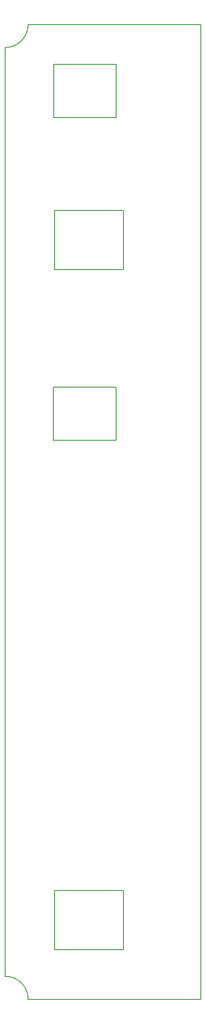
<source format=gbr>
G04 #@! TF.FileFunction,Profile,NP*
%FSLAX46Y46*%
G04 Gerber Fmt 4.6, Leading zero omitted, Abs format (unit mm)*
G04 Created by KiCad (PCBNEW 4.0.0-1rc2.201511291916+6190~38~ubuntu14.04.1-stable) date Mon 14 Mar 2016 12:07:37 PM PDT*
%MOMM*%
G01*
G04 APERTURE LIST*
%ADD10C,0.100000*%
%ADD11C,0.150000*%
G04 APERTURE END LIST*
D10*
D11*
X92989400Y-78054200D02*
X105333800Y-78054200D01*
X92989400Y-88442800D02*
X92989400Y-78054200D01*
X105333800Y-78054200D02*
X105333800Y-88442800D01*
X105333800Y-88442800D02*
X92989400Y-88442800D01*
X88000000Y-198000000D02*
G75*
G03X83500000Y-193500000I-4500000J0D01*
G01*
X83500000Y-11500000D02*
G75*
G03X88000000Y-7000000I0J4500000D01*
G01*
X93243400Y-188290200D02*
X93243400Y-176707800D01*
X106756200Y-188290200D02*
X93243400Y-188290200D01*
X106756200Y-176707800D02*
X106756200Y-188290200D01*
X93243400Y-176707800D02*
X106756200Y-176707800D01*
X92989400Y-78054200D02*
X93040200Y-78054200D01*
X93243400Y-43459400D02*
X93268800Y-43459400D01*
X93243400Y-55041800D02*
X93243400Y-43459400D01*
X106730800Y-55041800D02*
X93243400Y-55041800D01*
X106730800Y-43459400D02*
X106730800Y-55041800D01*
X93243400Y-43459400D02*
X106730800Y-43459400D01*
X93014800Y-14808200D02*
X93040200Y-14808200D01*
X93014800Y-25196800D02*
X93014800Y-14808200D01*
X105333800Y-25196800D02*
X93014800Y-25196800D01*
X105333800Y-14808200D02*
X105333800Y-25196800D01*
X93014800Y-14808200D02*
X105333800Y-14808200D01*
X83500000Y-193500000D02*
X83500000Y-11500000D01*
X122000000Y-198000000D02*
X88000000Y-198000000D01*
X122000000Y-7000000D02*
X122000000Y-198000000D01*
X88000000Y-7000000D02*
X122000000Y-7000000D01*
M02*

</source>
